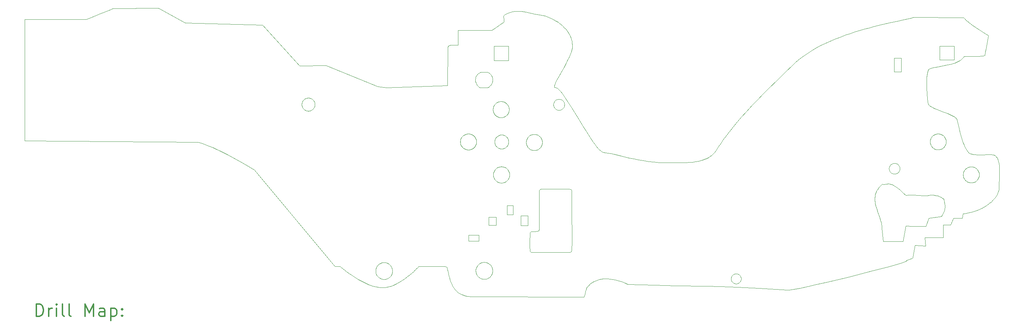
<source format=gbr>
%FSLAX45Y45*%
G04 Gerber Fmt 4.5, Leading zero omitted, Abs format (unit mm)*
G04 Created by KiCad (PCBNEW (5.1.6)-1) date 2020-06-18 22:00:03*
%MOMM*%
%LPD*%
G01*
G04 APERTURE LIST*
%TA.AperFunction,Profile*%
%ADD10C,0.100000*%
%TD*%
%ADD11C,0.200000*%
%ADD12C,0.300000*%
G04 APERTURE END LIST*
D10*
X9444641Y-1031102D02*
X9471360Y-1026135D01*
X9471360Y-1026135D02*
X9502468Y-1022875D01*
X9502468Y-1022875D02*
X9574760Y-1020633D01*
X9574760Y-1020633D02*
X9655332Y-1022692D01*
X9655332Y-1022692D02*
X9737997Y-1027368D01*
X9737997Y-1027368D02*
X9884861Y-1037833D01*
X9884861Y-1037833D02*
X9936688Y-1040254D01*
X9936688Y-1040254D02*
X9954494Y-1040024D01*
X9954494Y-1040024D02*
X9965864Y-1038554D01*
X9965864Y-1038554D02*
X10002484Y-1030338D01*
X10002484Y-1030338D02*
X10038684Y-1025586D01*
X10038684Y-1025586D02*
X10074218Y-1023965D01*
X10074218Y-1023965D02*
X10108838Y-1025144D01*
X10108838Y-1025144D02*
X10142298Y-1028790D01*
X10142298Y-1028790D02*
X10174350Y-1034571D01*
X10174350Y-1034571D02*
X10204748Y-1042155D01*
X10204748Y-1042155D02*
X10233244Y-1051209D01*
X10233244Y-1051209D02*
X10259592Y-1061402D01*
X10259592Y-1061402D02*
X10283545Y-1072401D01*
X10283545Y-1072401D02*
X10304856Y-1083875D01*
X10304856Y-1083875D02*
X10323278Y-1095491D01*
X10323278Y-1095491D02*
X10338563Y-1106917D01*
X10338563Y-1106917D02*
X10350465Y-1117821D01*
X10350465Y-1117821D02*
X10358735Y-1127871D01*
X10358735Y-1127871D02*
X10363125Y-1136735D01*
X10363125Y-1136735D02*
X10375383Y-1184052D01*
X10375383Y-1184052D02*
X10383753Y-1230853D01*
X10383753Y-1230853D02*
X10387333Y-1277728D01*
X10387333Y-1277728D02*
X10387033Y-1301377D01*
X10387033Y-1301377D02*
X10385203Y-1325266D01*
X10385203Y-1325266D02*
X10381723Y-1349468D01*
X10381723Y-1349468D02*
X10376483Y-1374057D01*
X10376483Y-1374057D02*
X10369363Y-1399107D01*
X10369363Y-1399107D02*
X10360253Y-1424691D01*
X10360253Y-1424691D02*
X10349043Y-1450883D01*
X10349043Y-1450883D02*
X10335618Y-1477757D01*
X10335618Y-1477757D02*
X10319864Y-1505387D01*
X10319864Y-1505387D02*
X10301669Y-1533846D01*
X10301669Y-1533846D02*
X9996736Y-1580419D01*
X9996736Y-1580419D02*
X9927489Y-1774722D01*
X9927489Y-1774722D02*
X9728153Y-1774452D01*
X9728153Y-1774452D02*
X9569701Y-1772278D01*
X9569701Y-1772278D02*
X9502239Y-1770143D01*
X9502239Y-1770143D02*
X9452699Y-1767105D01*
X9452699Y-1767105D02*
X9381056Y-2136436D01*
X9381056Y-2136436D02*
X8906689Y-2136436D01*
X8906689Y-2136436D02*
X8875678Y-1829314D01*
X8875678Y-1829314D02*
X8874778Y-1795913D01*
X8874778Y-1795913D02*
X8871778Y-1762427D01*
X8871778Y-1762427D02*
X8866888Y-1728866D01*
X8866888Y-1728866D02*
X8860328Y-1695238D01*
X8860328Y-1695238D02*
X8843065Y-1627817D01*
X8843065Y-1627817D02*
X8821732Y-1560233D01*
X8821732Y-1560233D02*
X8773832Y-1424855D01*
X8773832Y-1424855D02*
X8750755Y-1357201D01*
X8750755Y-1357201D02*
X8730584Y-1289663D01*
X8730584Y-1289663D02*
X8715066Y-1222311D01*
X8715066Y-1222311D02*
X8709596Y-1188727D01*
X8709596Y-1188727D02*
X8705946Y-1155215D01*
X8705946Y-1155215D02*
X8704326Y-1121785D01*
X8704326Y-1121785D02*
X8704926Y-1088445D01*
X8704926Y-1088445D02*
X8708036Y-1055204D01*
X8708036Y-1055204D02*
X8713836Y-1022070D01*
X8713836Y-1022070D02*
X8722536Y-989053D01*
X8722536Y-989053D02*
X8734365Y-956161D01*
X8734365Y-956161D02*
X8749538Y-923402D01*
X8749538Y-923402D02*
X8768272Y-890786D01*
X8768272Y-890786D02*
X8790785Y-858321D01*
X8790785Y-858321D02*
X8817296Y-826016D01*
X8817296Y-826016D02*
X8848023Y-793880D01*
X8848023Y-793880D02*
X8883183Y-761921D01*
X8883183Y-761921D02*
X8909018Y-765007D01*
X8909018Y-765007D02*
X8932716Y-764919D01*
X8932716Y-764919D02*
X8976589Y-759514D01*
X8976589Y-759514D02*
X8998210Y-756342D01*
X8998210Y-756342D02*
X9020582Y-754286D01*
X9020582Y-754286D02*
X9044429Y-754416D01*
X9044429Y-754416D02*
X9070473Y-757811D01*
X9070473Y-757811D02*
X9099435Y-765540D01*
X9099435Y-765540D02*
X9132039Y-778676D01*
X9132039Y-778676D02*
X9169006Y-798292D01*
X9169006Y-798292D02*
X9211058Y-825459D01*
X9211058Y-825459D02*
X9258919Y-861250D01*
X9258919Y-861250D02*
X9313311Y-906739D01*
X9313311Y-906739D02*
X9374954Y-962996D01*
X9374954Y-962996D02*
X9444573Y-1031095D01*
X9444573Y-1031095D02*
X9444573Y-1031094D01*
X9444573Y-1031094D02*
X9444641Y-1031102D01*
X9167945Y2269177D02*
X9342296Y2269177D01*
X9342296Y2269177D02*
X9342296Y1942686D01*
X9342296Y1942686D02*
X9167945Y1942686D01*
X9167945Y1942686D02*
X9167945Y2269177D01*
X9167945Y2269177D02*
X9167945Y2269177D01*
X9305004Y-388121D02*
X9302494Y-413483D01*
X9302494Y-413483D02*
X9295154Y-437640D01*
X9295154Y-437640D02*
X9283264Y-459911D01*
X9283264Y-459911D02*
X9267104Y-479619D01*
X9267104Y-479619D02*
X9247396Y-495779D01*
X9247396Y-495779D02*
X9225124Y-507669D01*
X9225124Y-507669D02*
X9200968Y-515010D01*
X9200968Y-515010D02*
X9175606Y-517519D01*
X9175606Y-517519D02*
X9149528Y-514890D01*
X9149528Y-514890D02*
X9125239Y-507350D01*
X9125239Y-507350D02*
X9103259Y-495420D01*
X9103259Y-495420D02*
X9084108Y-479619D01*
X9084108Y-479619D02*
X9068308Y-460469D01*
X9068308Y-460469D02*
X9056378Y-438489D01*
X9056378Y-438489D02*
X9048838Y-414199D01*
X9048838Y-414199D02*
X9046208Y-388121D01*
X9046208Y-388121D02*
X9048838Y-362043D01*
X9048838Y-362043D02*
X9056378Y-337754D01*
X9056378Y-337754D02*
X9068308Y-315774D01*
X9068308Y-315774D02*
X9084108Y-296624D01*
X9084108Y-296624D02*
X9103259Y-280823D01*
X9103259Y-280823D02*
X9125239Y-268893D01*
X9125239Y-268893D02*
X9149528Y-261352D01*
X9149528Y-261352D02*
X9175606Y-258723D01*
X9175606Y-258723D02*
X9200968Y-261232D01*
X9200968Y-261232D02*
X9225124Y-268574D01*
X9225124Y-268574D02*
X9247396Y-280464D01*
X9247396Y-280464D02*
X9267104Y-296623D01*
X9267104Y-296623D02*
X9283264Y-316331D01*
X9283264Y-316331D02*
X9295154Y-338603D01*
X9295154Y-338603D02*
X9302494Y-362759D01*
X9302494Y-362759D02*
X9305004Y-388121D01*
X9305004Y-388121D02*
X9305004Y-388121D01*
X9305004Y-388121D02*
X9305004Y-388121D01*
X-117440Y-1278184D02*
X29276Y-1278184D01*
X29276Y-1278184D02*
X29276Y-1494190D01*
X29276Y-1494190D02*
X-117440Y-1494190D01*
X-117440Y-1494190D02*
X-117440Y-1278184D01*
X-117440Y-1278184D02*
X-117440Y-1278184D01*
X1392682Y-2400661D02*
X1404136Y-2395790D01*
X1404136Y-2395790D02*
X1415652Y-2388065D01*
X1415652Y-2388065D02*
X1421682Y-2381171D01*
X1421682Y-2381171D02*
X1426292Y-2371430D01*
X1426292Y-2371430D02*
X1429672Y-2357998D01*
X1429672Y-2357998D02*
X1432012Y-2340029D01*
X1432012Y-2340029D02*
X1434362Y-2287097D01*
X1434362Y-2287097D02*
X1434862Y-2205873D01*
X1434862Y-2205873D02*
X1433802Y-1263680D01*
X1433802Y-1263680D02*
X1432512Y-1051967D01*
X1432512Y-1051967D02*
X1431812Y-966779D01*
X1431812Y-966779D02*
X1429642Y-921747D01*
X1429642Y-921747D02*
X1427452Y-909461D01*
X1427452Y-909461D02*
X1424232Y-901421D01*
X1424232Y-901421D02*
X1419762Y-895695D01*
X1419762Y-895695D02*
X1413822Y-890352D01*
X1413822Y-890352D02*
X1407652Y-886615D01*
X1407652Y-886615D02*
X1398392Y-883533D01*
X1398392Y-883533D02*
X1368984Y-879197D01*
X1368984Y-879197D02*
X1322348Y-877069D01*
X1322348Y-877069D02*
X1255240Y-876869D01*
X1255240Y-876869D02*
X1148770Y-877369D01*
X1148770Y-877369D02*
X867572Y-877029D01*
X867572Y-877029D02*
X745105Y-878030D01*
X745105Y-878030D02*
X691582Y-879556D01*
X691582Y-879556D02*
X680687Y-885140D01*
X680687Y-885140D02*
X669459Y-893455D01*
X669459Y-893455D02*
X660349Y-902418D01*
X660349Y-902418D02*
X655809Y-909948D01*
X655809Y-909948D02*
X653459Y-951248D01*
X653459Y-951248D02*
X649699Y-1109453D01*
X649699Y-1109453D02*
X648119Y-1259500D01*
X648119Y-1259500D02*
X648719Y-1614199D01*
X648719Y-1614199D02*
X649219Y-1797925D01*
X649219Y-1797925D02*
X648719Y-1846292D01*
X648719Y-1846292D02*
X647189Y-1873506D01*
X647189Y-1873506D02*
X644289Y-1885452D01*
X644289Y-1885452D02*
X642209Y-1887538D01*
X642209Y-1887538D02*
X639649Y-1888018D01*
X639649Y-1888018D02*
X632909Y-1887078D01*
X632909Y-1887078D02*
X623699Y-1888523D01*
X623699Y-1888523D02*
X616549Y-1892486D01*
X616549Y-1892486D02*
X609689Y-1894919D01*
X609689Y-1894919D02*
X546760Y-1898358D01*
X546760Y-1898358D02*
X474035Y-1901666D01*
X474035Y-1901666D02*
X460005Y-1903769D01*
X460005Y-1903769D02*
X452235Y-1906957D01*
X452235Y-1906957D02*
X436006Y-1919402D01*
X436006Y-1919402D02*
X430796Y-1926070D01*
X430796Y-1926070D02*
X427856Y-1932687D01*
X427856Y-1932687D02*
X425866Y-2162067D01*
X425866Y-2162067D02*
X425966Y-2277944D01*
X425966Y-2277944D02*
X428086Y-2344395D01*
X428086Y-2344395D02*
X430636Y-2364141D01*
X430636Y-2364141D02*
X434586Y-2377597D01*
X434586Y-2377597D02*
X440226Y-2386786D01*
X440226Y-2386786D02*
X447856Y-2393729D01*
X447856Y-2393729D02*
X459361Y-2402308D01*
X459361Y-2402308D02*
X519834Y-2403724D01*
X519834Y-2403724D02*
X701206Y-2404766D01*
X701206Y-2404766D02*
X993140Y-2404306D01*
X993140Y-2404306D02*
X1266587Y-2402788D01*
X1266587Y-2402788D02*
X1392497Y-2400669D01*
X1392497Y-2400669D02*
X1392697Y-2400663D01*
X1392697Y-2400663D02*
X1392682Y-2400661D01*
X210276Y-1522773D02*
X377989Y-1522773D01*
X377989Y-1522773D02*
X377989Y-1757366D01*
X377989Y-1757366D02*
X210276Y-1757366D01*
X210276Y-1757366D02*
X210276Y-1522773D01*
X210276Y-1522773D02*
X210276Y-1522773D01*
X-556312Y-1554613D02*
X-381605Y-1554613D01*
X-381605Y-1554613D02*
X-381605Y-1749636D01*
X-381605Y-1749636D02*
X-556312Y-1749636D01*
X-556312Y-1749636D02*
X-556312Y-1554613D01*
X-556312Y-1554613D02*
X-556312Y-1554613D01*
X-1043043Y-1989265D02*
X-794281Y-1989265D01*
X-794281Y-1989265D02*
X-794281Y-2126531D01*
X-794281Y-2126531D02*
X-1043043Y-2126531D01*
X-1043043Y-2126531D02*
X-1043043Y-1989265D01*
X-1043043Y-1989265D02*
X-1043043Y-1989265D01*
X-431677Y2557871D02*
X-88433Y2557871D01*
X-88433Y2557871D02*
X-88433Y2214628D01*
X-88433Y2214628D02*
X-431677Y2214628D01*
X-431677Y2214628D02*
X-431677Y2557871D01*
X-431677Y2557871D02*
X-431677Y2557871D01*
X10263938Y2562781D02*
X10606035Y2562781D01*
X10606035Y2562781D02*
X10606035Y2228427D01*
X10606035Y2228427D02*
X10263938Y2228427D01*
X10263938Y2228427D02*
X10263938Y2562781D01*
X10263938Y2562781D02*
X10263938Y2562781D01*
X-4729810Y1155144D02*
X-4730610Y1139030D01*
X-4730610Y1139030D02*
X-4733000Y1123382D01*
X-4733000Y1123382D02*
X-4736880Y1108278D01*
X-4736880Y1108278D02*
X-4742180Y1093798D01*
X-4742180Y1093798D02*
X-4756711Y1067028D01*
X-4756711Y1067028D02*
X-4775955Y1043703D01*
X-4775955Y1043703D02*
X-4799279Y1024459D01*
X-4799279Y1024459D02*
X-4826050Y1009928D01*
X-4826050Y1009928D02*
X-4840530Y1004628D01*
X-4840530Y1004628D02*
X-4855633Y1000744D01*
X-4855633Y1000744D02*
X-4871281Y998356D01*
X-4871281Y998356D02*
X-4887395Y997546D01*
X-4887395Y997546D02*
X-4903509Y998356D01*
X-4903509Y998356D02*
X-4919157Y1000744D01*
X-4919157Y1000744D02*
X-4934260Y1004628D01*
X-4934260Y1004628D02*
X-4948740Y1009928D01*
X-4948740Y1009928D02*
X-4975511Y1024459D01*
X-4975511Y1024459D02*
X-4998835Y1043703D01*
X-4998835Y1043703D02*
X-5018079Y1067028D01*
X-5018079Y1067028D02*
X-5032610Y1093798D01*
X-5032610Y1093798D02*
X-5037910Y1108278D01*
X-5037910Y1108278D02*
X-5041790Y1123382D01*
X-5041790Y1123382D02*
X-5044180Y1139030D01*
X-5044180Y1139030D02*
X-5044980Y1155144D01*
X-5044980Y1155144D02*
X-5044180Y1171257D01*
X-5044180Y1171257D02*
X-5041790Y1186905D01*
X-5041790Y1186905D02*
X-5037910Y1202009D01*
X-5037910Y1202009D02*
X-5032610Y1216489D01*
X-5032610Y1216489D02*
X-5018079Y1243259D01*
X-5018079Y1243259D02*
X-4998835Y1266584D01*
X-4998835Y1266584D02*
X-4975511Y1285828D01*
X-4975511Y1285828D02*
X-4948740Y1300359D01*
X-4948740Y1300359D02*
X-4934260Y1305659D01*
X-4934260Y1305659D02*
X-4919157Y1309543D01*
X-4919157Y1309543D02*
X-4903509Y1311931D01*
X-4903509Y1311931D02*
X-4887395Y1312741D01*
X-4887395Y1312741D02*
X-4871281Y1311931D01*
X-4871281Y1311931D02*
X-4855633Y1309543D01*
X-4855633Y1309543D02*
X-4840530Y1305659D01*
X-4840530Y1305659D02*
X-4826050Y1300359D01*
X-4826050Y1300359D02*
X-4799279Y1285828D01*
X-4799279Y1285828D02*
X-4775955Y1266584D01*
X-4775955Y1266584D02*
X-4756711Y1243259D01*
X-4756711Y1243259D02*
X-4742180Y1216489D01*
X-4742180Y1216489D02*
X-4736880Y1202009D01*
X-4736880Y1202009D02*
X-4733000Y1186905D01*
X-4733000Y1186905D02*
X-4730610Y1171257D01*
X-4730610Y1171257D02*
X-4729810Y1155144D01*
X-4729810Y1155144D02*
X-4729810Y1155144D01*
X-4729810Y1155144D02*
X-4729810Y1155144D01*
X1259044Y1150588D02*
X1256354Y1123924D01*
X1256354Y1123924D02*
X1248644Y1099089D01*
X1248644Y1099089D02*
X1236446Y1076615D01*
X1236446Y1076615D02*
X1220290Y1057035D01*
X1220290Y1057035D02*
X1200709Y1040879D01*
X1200709Y1040879D02*
X1178236Y1028681D01*
X1178236Y1028681D02*
X1153401Y1020972D01*
X1153401Y1020972D02*
X1126737Y1018284D01*
X1126737Y1018284D02*
X1100073Y1020972D01*
X1100073Y1020972D02*
X1075238Y1028681D01*
X1075238Y1028681D02*
X1052765Y1040879D01*
X1052765Y1040879D02*
X1033184Y1057035D01*
X1033184Y1057035D02*
X1017028Y1076615D01*
X1017028Y1076615D02*
X1004830Y1099089D01*
X1004830Y1099089D02*
X997120Y1123924D01*
X997120Y1123924D02*
X994430Y1150588D01*
X994430Y1150588D02*
X997120Y1177252D01*
X997120Y1177252D02*
X1004830Y1202086D01*
X1004830Y1202086D02*
X1017028Y1224560D01*
X1017028Y1224560D02*
X1033184Y1244141D01*
X1033184Y1244141D02*
X1052765Y1260296D01*
X1052765Y1260296D02*
X1075238Y1272495D01*
X1075238Y1272495D02*
X1100073Y1280204D01*
X1100073Y1280204D02*
X1126737Y1282892D01*
X1126737Y1282892D02*
X1153401Y1280204D01*
X1153401Y1280204D02*
X1178236Y1272495D01*
X1178236Y1272495D02*
X1200709Y1260296D01*
X1200709Y1260296D02*
X1220290Y1244141D01*
X1220290Y1244141D02*
X1236446Y1224560D01*
X1236446Y1224560D02*
X1248644Y1202086D01*
X1248644Y1202086D02*
X1256354Y1177252D01*
X1256354Y1177252D02*
X1259044Y1150588D01*
X1259044Y1150588D02*
X1259044Y1150588D01*
X1259044Y1150588D02*
X1259044Y1150588D01*
X5499577Y-3038796D02*
X5497117Y-3063197D01*
X5497117Y-3063197D02*
X5490067Y-3085924D01*
X5490067Y-3085924D02*
X5478904Y-3106490D01*
X5478904Y-3106490D02*
X5464120Y-3124409D01*
X5464120Y-3124409D02*
X5446202Y-3139193D01*
X5446202Y-3139193D02*
X5425636Y-3150356D01*
X5425636Y-3150356D02*
X5402909Y-3157411D01*
X5402909Y-3157411D02*
X5378508Y-3159871D01*
X5378508Y-3159871D02*
X5354777Y-3157523D01*
X5354777Y-3157523D02*
X5332175Y-3150655D01*
X5332175Y-3150655D02*
X5311336Y-3139529D01*
X5311336Y-3139529D02*
X5292895Y-3124409D01*
X5292895Y-3124409D02*
X5277775Y-3105969D01*
X5277775Y-3105969D02*
X5266649Y-3085130D01*
X5266649Y-3085130D02*
X5259779Y-3062527D01*
X5259779Y-3062527D02*
X5257429Y-3038796D01*
X5257429Y-3038796D02*
X5259779Y-3015065D01*
X5259779Y-3015065D02*
X5266649Y-2992463D01*
X5266649Y-2992463D02*
X5277775Y-2971624D01*
X5277775Y-2971624D02*
X5292895Y-2953183D01*
X5292895Y-2953183D02*
X5311336Y-2938063D01*
X5311336Y-2938063D02*
X5332175Y-2926938D01*
X5332175Y-2926938D02*
X5354777Y-2920070D01*
X5354777Y-2920070D02*
X5378508Y-2917722D01*
X5378508Y-2917722D02*
X5402909Y-2920182D01*
X5402909Y-2920182D02*
X5425636Y-2927237D01*
X5425636Y-2927237D02*
X5446202Y-2938400D01*
X5446202Y-2938400D02*
X5464120Y-2953184D01*
X5464120Y-2953184D02*
X5478905Y-2971103D01*
X5478905Y-2971103D02*
X5490067Y-2991669D01*
X5490067Y-2991669D02*
X5497117Y-3014396D01*
X5497117Y-3014396D02*
X5499577Y-3038797D01*
X5499577Y-3038797D02*
X5499577Y-3038797D01*
X5499577Y-3038797D02*
X5499577Y-3038796D01*
X-568708Y1567897D02*
X-550815Y1580449D01*
X-550815Y1580449D02*
X-530308Y1599299D01*
X-530308Y1599299D02*
X-510928Y1620673D01*
X-510928Y1620673D02*
X-496420Y1640795D01*
X-496420Y1640795D02*
X-486278Y1660923D01*
X-486278Y1660923D02*
X-477138Y1683633D01*
X-477138Y1683633D02*
X-472568Y1698103D01*
X-472568Y1698103D02*
X-470058Y1710879D01*
X-470058Y1710879D02*
X-468868Y1749973D01*
X-468868Y1749973D02*
X-470218Y1787811D01*
X-470218Y1787811D02*
X-472358Y1799615D01*
X-472358Y1799615D02*
X-475998Y1811168D01*
X-475998Y1811168D02*
X-491811Y1847422D01*
X-491811Y1847422D02*
X-510990Y1877798D01*
X-510990Y1877798D02*
X-521793Y1890719D01*
X-521793Y1890719D02*
X-533380Y1902093D01*
X-533380Y1902093D02*
X-545731Y1911896D01*
X-545731Y1911896D02*
X-558826Y1920102D01*
X-558826Y1920102D02*
X-579845Y1929439D01*
X-579845Y1929439D02*
X-604322Y1933741D01*
X-604322Y1933741D02*
X-640952Y1935768D01*
X-640952Y1935768D02*
X-688719Y1936388D01*
X-688719Y1936388D02*
X-732499Y1935618D01*
X-732499Y1935618D02*
X-757167Y1933491D01*
X-757167Y1933491D02*
X-767857Y1928630D01*
X-767857Y1928630D02*
X-783235Y1919252D01*
X-783235Y1919252D02*
X-819077Y1892840D01*
X-819077Y1892840D02*
X-829786Y1882372D01*
X-829786Y1882372D02*
X-840987Y1868402D01*
X-840987Y1868402D02*
X-852060Y1851783D01*
X-852060Y1851783D02*
X-862383Y1833371D01*
X-862383Y1833371D02*
X-868763Y1819417D01*
X-868763Y1819417D02*
X-873603Y1803848D01*
X-873603Y1803848D02*
X-883383Y1748799D01*
X-883383Y1748799D02*
X-883683Y1733665D01*
X-883683Y1733665D02*
X-880863Y1715396D01*
X-880863Y1715396D02*
X-875413Y1696057D01*
X-875413Y1696057D02*
X-867793Y1677710D01*
X-867793Y1677710D02*
X-850604Y1639569D01*
X-850604Y1639569D02*
X-840714Y1622324D01*
X-840714Y1622324D02*
X-824565Y1603168D01*
X-824565Y1603168D02*
X-805267Y1585351D01*
X-805267Y1585351D02*
X-785938Y1572124D01*
X-785938Y1572124D02*
X-768076Y1564688D01*
X-768076Y1564688D02*
X-744137Y1560430D01*
X-744137Y1560430D02*
X-706949Y1558641D01*
X-706949Y1558641D02*
X-649339Y1558612D01*
X-649339Y1558612D02*
X-585160Y1559172D01*
X-585160Y1559172D02*
X-568742Y1567891D01*
X-568742Y1567891D02*
X-568743Y1567895D01*
X-568743Y1567895D02*
X-568708Y1567897D01*
X726145Y244350D02*
X725145Y224559D01*
X725145Y224559D02*
X722215Y205339D01*
X722215Y205339D02*
X717445Y186789D01*
X717445Y186789D02*
X710935Y169005D01*
X710935Y169005D02*
X702785Y152084D01*
X702785Y152084D02*
X693095Y136124D01*
X693095Y136124D02*
X681952Y121223D01*
X681952Y121223D02*
X669458Y107477D01*
X669458Y107477D02*
X655712Y94983D01*
X655712Y94983D02*
X640811Y83840D01*
X640811Y83840D02*
X624851Y74144D01*
X624851Y74144D02*
X607930Y65993D01*
X607930Y65993D02*
X590146Y59484D01*
X590146Y59484D02*
X571596Y54714D01*
X571596Y54714D02*
X552376Y51781D01*
X552376Y51781D02*
X532585Y50781D01*
X532585Y50781D02*
X513453Y51731D01*
X513453Y51731D02*
X494645Y54538D01*
X494645Y54538D02*
X476288Y59151D01*
X476288Y59151D02*
X458509Y65518D01*
X458509Y65518D02*
X441435Y73587D01*
X441435Y73587D02*
X425193Y83305D01*
X425193Y83305D02*
X409909Y94620D01*
X409909Y94620D02*
X395711Y107478D01*
X395711Y107478D02*
X382853Y121676D01*
X382853Y121676D02*
X371538Y136960D01*
X371538Y136960D02*
X361818Y153203D01*
X361818Y153203D02*
X353748Y170277D01*
X353748Y170277D02*
X347378Y188056D01*
X347378Y188056D02*
X342768Y206412D01*
X342768Y206412D02*
X339958Y225220D01*
X339958Y225220D02*
X339058Y244352D01*
X339058Y244352D02*
X339958Y263484D01*
X339958Y263484D02*
X342768Y282292D01*
X342768Y282292D02*
X347378Y300649D01*
X347378Y300649D02*
X353748Y318428D01*
X353748Y318428D02*
X361818Y335502D01*
X361818Y335502D02*
X371538Y351744D01*
X371538Y351744D02*
X382853Y367028D01*
X382853Y367028D02*
X395711Y381226D01*
X395711Y381226D02*
X409909Y394084D01*
X409909Y394084D02*
X425193Y405399D01*
X425193Y405399D02*
X441435Y415117D01*
X441435Y415117D02*
X458509Y423186D01*
X458509Y423186D02*
X476288Y429554D01*
X476288Y429554D02*
X494645Y434167D01*
X494645Y434167D02*
X513453Y436973D01*
X513453Y436973D02*
X532585Y437923D01*
X532585Y437923D02*
X552376Y436923D01*
X552376Y436923D02*
X571596Y433990D01*
X571596Y433990D02*
X590146Y429220D01*
X590146Y429220D02*
X607930Y422711D01*
X607930Y422711D02*
X624851Y414560D01*
X624851Y414560D02*
X640811Y404864D01*
X640811Y404864D02*
X655712Y393721D01*
X655712Y393721D02*
X669458Y381228D01*
X669458Y381228D02*
X681952Y367482D01*
X681952Y367482D02*
X693095Y352580D01*
X693095Y352580D02*
X702785Y336620D01*
X702785Y336620D02*
X710935Y319700D01*
X710935Y319700D02*
X717445Y301916D01*
X717445Y301916D02*
X722215Y283365D01*
X722215Y283365D02*
X725145Y264145D01*
X725145Y264145D02*
X726145Y244354D01*
X726145Y244354D02*
X726145Y244354D01*
X726145Y244354D02*
X726145Y244350D01*
X-854078Y257214D02*
X-855078Y237423D01*
X-855078Y237423D02*
X-858008Y218203D01*
X-858008Y218203D02*
X-862778Y199652D01*
X-862778Y199652D02*
X-869288Y181868D01*
X-869288Y181868D02*
X-877438Y164948D01*
X-877438Y164948D02*
X-887138Y148988D01*
X-887138Y148988D02*
X-898281Y134086D01*
X-898281Y134086D02*
X-910775Y120340D01*
X-910775Y120340D02*
X-924521Y107847D01*
X-924521Y107847D02*
X-939422Y96704D01*
X-939422Y96704D02*
X-955382Y87008D01*
X-955382Y87008D02*
X-972303Y78857D01*
X-972303Y78857D02*
X-990087Y72348D01*
X-990087Y72348D02*
X-1008637Y67578D01*
X-1008637Y67578D02*
X-1027857Y64645D01*
X-1027857Y64645D02*
X-1047648Y63645D01*
X-1047648Y63645D02*
X-1066780Y64595D01*
X-1066780Y64595D02*
X-1085588Y67402D01*
X-1085588Y67402D02*
X-1103945Y72015D01*
X-1103945Y72015D02*
X-1121724Y78383D01*
X-1121724Y78383D02*
X-1138798Y86452D01*
X-1138798Y86452D02*
X-1155040Y96170D01*
X-1155040Y96170D02*
X-1170324Y107485D01*
X-1170324Y107485D02*
X-1184522Y120343D01*
X-1184522Y120343D02*
X-1197380Y134541D01*
X-1197380Y134541D02*
X-1208695Y149825D01*
X-1208695Y149825D02*
X-1218415Y166067D01*
X-1218415Y166067D02*
X-1226485Y183141D01*
X-1226485Y183141D02*
X-1232855Y200920D01*
X-1232855Y200920D02*
X-1237465Y219277D01*
X-1237465Y219277D02*
X-1240275Y238085D01*
X-1240275Y238085D02*
X-1241175Y257217D01*
X-1241175Y257217D02*
X-1240275Y276349D01*
X-1240275Y276349D02*
X-1237465Y295157D01*
X-1237465Y295157D02*
X-1232855Y313514D01*
X-1232855Y313514D02*
X-1226485Y331293D01*
X-1226485Y331293D02*
X-1218415Y348367D01*
X-1218415Y348367D02*
X-1208695Y364609D01*
X-1208695Y364609D02*
X-1197380Y379893D01*
X-1197380Y379893D02*
X-1184522Y394091D01*
X-1184522Y394091D02*
X-1170324Y406949D01*
X-1170324Y406949D02*
X-1155040Y418264D01*
X-1155040Y418264D02*
X-1138798Y427982D01*
X-1138798Y427982D02*
X-1121724Y436051D01*
X-1121724Y436051D02*
X-1103945Y442418D01*
X-1103945Y442418D02*
X-1085588Y447031D01*
X-1085588Y447031D02*
X-1066780Y449837D01*
X-1066780Y449837D02*
X-1047648Y450787D01*
X-1047648Y450787D02*
X-1027857Y449787D01*
X-1027857Y449787D02*
X-1008637Y446854D01*
X-1008637Y446854D02*
X-990087Y442084D01*
X-990087Y442084D02*
X-972303Y435575D01*
X-972303Y435575D02*
X-955382Y427424D01*
X-955382Y427424D02*
X-939422Y417728D01*
X-939422Y417728D02*
X-924521Y406585D01*
X-924521Y406585D02*
X-910775Y394091D01*
X-910775Y394091D02*
X-898282Y380345D01*
X-898282Y380345D02*
X-887138Y365444D01*
X-887138Y365444D02*
X-877438Y349484D01*
X-877438Y349484D02*
X-869288Y332564D01*
X-869288Y332564D02*
X-862778Y314779D01*
X-862778Y314779D02*
X-858008Y296229D01*
X-858008Y296229D02*
X-855078Y277009D01*
X-855078Y277009D02*
X-854078Y257218D01*
X-854078Y257218D02*
X-854078Y257218D01*
X-854078Y257218D02*
X-854078Y257214D01*
X-69408Y1033949D02*
X-70308Y1014817D01*
X-70308Y1014817D02*
X-73118Y996010D01*
X-73118Y996010D02*
X-77728Y977653D01*
X-77728Y977653D02*
X-84098Y959874D01*
X-84098Y959874D02*
X-92168Y942800D01*
X-92168Y942800D02*
X-101888Y926557D01*
X-101888Y926557D02*
X-113203Y911274D01*
X-113203Y911274D02*
X-126061Y897076D01*
X-126061Y897076D02*
X-140259Y884217D01*
X-140259Y884217D02*
X-155543Y872902D01*
X-155543Y872902D02*
X-171785Y863184D01*
X-171785Y863184D02*
X-188859Y855115D01*
X-188859Y855115D02*
X-206638Y848748D01*
X-206638Y848748D02*
X-224995Y844135D01*
X-224995Y844135D02*
X-243803Y841329D01*
X-243803Y841329D02*
X-262935Y840379D01*
X-262935Y840379D02*
X-282726Y841379D01*
X-282726Y841379D02*
X-301946Y844312D01*
X-301946Y844312D02*
X-320496Y849082D01*
X-320496Y849082D02*
X-338280Y855591D01*
X-338280Y855591D02*
X-355201Y863742D01*
X-355201Y863742D02*
X-371161Y873438D01*
X-371161Y873438D02*
X-386062Y884582D01*
X-386062Y884582D02*
X-399808Y897075D01*
X-399808Y897075D02*
X-412301Y910821D01*
X-412301Y910821D02*
X-423445Y925722D01*
X-423445Y925722D02*
X-433135Y941682D01*
X-433135Y941682D02*
X-441285Y958603D01*
X-441285Y958603D02*
X-447795Y976387D01*
X-447795Y976387D02*
X-452565Y994938D01*
X-452565Y994938D02*
X-455495Y1014157D01*
X-455495Y1014157D02*
X-456495Y1033948D01*
X-456495Y1033948D02*
X-455495Y1053740D01*
X-455495Y1053740D02*
X-452565Y1072959D01*
X-452565Y1072959D02*
X-447795Y1091510D01*
X-447795Y1091510D02*
X-441285Y1109294D01*
X-441285Y1109294D02*
X-433135Y1126214D01*
X-433135Y1126214D02*
X-423445Y1142174D01*
X-423445Y1142174D02*
X-412302Y1157076D01*
X-412302Y1157076D02*
X-399808Y1170822D01*
X-399808Y1170822D02*
X-386062Y1183315D01*
X-386062Y1183315D02*
X-371161Y1194458D01*
X-371161Y1194458D02*
X-355201Y1204154D01*
X-355201Y1204154D02*
X-338280Y1212305D01*
X-338280Y1212305D02*
X-320496Y1218814D01*
X-320496Y1218814D02*
X-301946Y1223584D01*
X-301946Y1223584D02*
X-282726Y1226517D01*
X-282726Y1226517D02*
X-262935Y1227517D01*
X-262935Y1227517D02*
X-243803Y1226567D01*
X-243803Y1226567D02*
X-224995Y1223760D01*
X-224995Y1223760D02*
X-206638Y1219147D01*
X-206638Y1219147D02*
X-188859Y1212780D01*
X-188859Y1212780D02*
X-171785Y1204711D01*
X-171785Y1204711D02*
X-155543Y1194993D01*
X-155543Y1194993D02*
X-140259Y1183679D01*
X-140259Y1183679D02*
X-126061Y1170820D01*
X-126061Y1170820D02*
X-113203Y1156622D01*
X-113203Y1156622D02*
X-101888Y1141338D01*
X-101888Y1141338D02*
X-92168Y1125096D01*
X-92168Y1125096D02*
X-84098Y1108022D01*
X-84098Y1108022D02*
X-77728Y1090243D01*
X-77728Y1090243D02*
X-73118Y1071886D01*
X-73118Y1071886D02*
X-70308Y1053078D01*
X-70308Y1053078D02*
X-69408Y1033946D01*
X-69408Y1033946D02*
X-69408Y1033946D01*
X-69408Y1033946D02*
X-69408Y1033949D01*
X-57377Y-535629D02*
X-58387Y-555651D01*
X-58387Y-555651D02*
X-61357Y-575094D01*
X-61357Y-575094D02*
X-66187Y-593861D01*
X-66187Y-593861D02*
X-72777Y-611852D01*
X-72777Y-611852D02*
X-81027Y-628970D01*
X-81027Y-628970D02*
X-90837Y-645116D01*
X-90837Y-645116D02*
X-102110Y-660191D01*
X-102110Y-660191D02*
X-114749Y-674097D01*
X-114749Y-674097D02*
X-128655Y-686736D01*
X-128655Y-686736D02*
X-143730Y-698009D01*
X-143730Y-698009D02*
X-159876Y-707818D01*
X-159876Y-707818D02*
X-176993Y-716064D01*
X-176993Y-716064D02*
X-194985Y-722649D01*
X-194985Y-722649D02*
X-213752Y-727474D01*
X-213752Y-727474D02*
X-233195Y-730442D01*
X-233195Y-730442D02*
X-253217Y-731453D01*
X-253217Y-731453D02*
X-273239Y-730442D01*
X-273239Y-730442D02*
X-292682Y-727474D01*
X-292682Y-727474D02*
X-311449Y-722649D01*
X-311449Y-722649D02*
X-329441Y-716064D01*
X-329441Y-716064D02*
X-346558Y-707818D01*
X-346558Y-707818D02*
X-362704Y-698009D01*
X-362704Y-698009D02*
X-377779Y-686736D01*
X-377779Y-686736D02*
X-391685Y-674097D01*
X-391685Y-674097D02*
X-404324Y-660191D01*
X-404324Y-660191D02*
X-415597Y-645116D01*
X-415597Y-645116D02*
X-425407Y-628970D01*
X-425407Y-628970D02*
X-433657Y-611852D01*
X-433657Y-611852D02*
X-440237Y-593861D01*
X-440237Y-593861D02*
X-445067Y-575094D01*
X-445067Y-575094D02*
X-448037Y-555651D01*
X-448037Y-555651D02*
X-449047Y-535629D01*
X-449047Y-535629D02*
X-448037Y-515607D01*
X-448037Y-515607D02*
X-445067Y-496163D01*
X-445067Y-496163D02*
X-440237Y-477397D01*
X-440237Y-477397D02*
X-433657Y-459405D01*
X-433657Y-459405D02*
X-425407Y-442287D01*
X-425407Y-442287D02*
X-415597Y-426142D01*
X-415597Y-426142D02*
X-404324Y-411066D01*
X-404324Y-411066D02*
X-391685Y-397160D01*
X-391685Y-397160D02*
X-377779Y-384521D01*
X-377779Y-384521D02*
X-362704Y-373248D01*
X-362704Y-373248D02*
X-346558Y-363439D01*
X-346558Y-363439D02*
X-329441Y-355193D01*
X-329441Y-355193D02*
X-311449Y-348608D01*
X-311449Y-348608D02*
X-292682Y-343783D01*
X-292682Y-343783D02*
X-273239Y-340815D01*
X-273239Y-340815D02*
X-253217Y-339804D01*
X-253217Y-339804D02*
X-233195Y-340815D01*
X-233195Y-340815D02*
X-213752Y-343783D01*
X-213752Y-343783D02*
X-194985Y-348608D01*
X-194985Y-348608D02*
X-176993Y-355193D01*
X-176993Y-355193D02*
X-159876Y-363439D01*
X-159876Y-363439D02*
X-143730Y-373248D01*
X-143730Y-373248D02*
X-128655Y-384521D01*
X-128655Y-384521D02*
X-114749Y-397160D01*
X-114749Y-397160D02*
X-102110Y-411066D01*
X-102110Y-411066D02*
X-90837Y-426142D01*
X-90837Y-426142D02*
X-81027Y-442287D01*
X-81027Y-442287D02*
X-72777Y-459405D01*
X-72777Y-459405D02*
X-66187Y-477397D01*
X-66187Y-477397D02*
X-61357Y-496163D01*
X-61357Y-496163D02*
X-58387Y-515607D01*
X-58387Y-515607D02*
X-57377Y-535629D01*
X-57377Y-535629D02*
X-57377Y-535629D01*
X-57377Y-535629D02*
X-57377Y-535629D01*
X-83346Y256387D02*
X-84146Y239681D01*
X-84146Y239681D02*
X-86556Y223258D01*
X-86556Y223258D02*
X-90526Y207229D01*
X-90526Y207229D02*
X-95996Y191705D01*
X-95996Y191705D02*
X-102936Y176795D01*
X-102936Y176795D02*
X-111286Y162613D01*
X-111286Y162613D02*
X-121016Y149267D01*
X-121016Y149267D02*
X-132070Y136869D01*
X-132070Y136869D02*
X-144277Y125641D01*
X-144277Y125641D02*
X-157417Y115761D01*
X-157417Y115761D02*
X-171381Y107275D01*
X-171381Y107275D02*
X-186060Y100229D01*
X-186060Y100229D02*
X-201345Y94669D01*
X-201345Y94669D02*
X-217127Y90641D01*
X-217127Y90641D02*
X-233297Y88190D01*
X-233297Y88190D02*
X-249745Y87360D01*
X-249745Y87360D02*
X-266760Y88230D01*
X-266760Y88230D02*
X-283284Y90791D01*
X-283284Y90791D02*
X-299232Y94956D01*
X-299232Y94956D02*
X-314522Y100640D01*
X-314522Y100640D02*
X-329069Y107758D01*
X-329069Y107758D02*
X-342790Y116224D01*
X-342790Y116224D02*
X-355601Y125954D01*
X-355601Y125954D02*
X-367419Y136864D01*
X-367419Y136864D02*
X-378160Y148867D01*
X-378160Y148867D02*
X-387740Y161879D01*
X-387740Y161879D02*
X-396080Y175814D01*
X-396080Y175814D02*
X-403090Y190589D01*
X-403090Y190589D02*
X-408690Y206119D01*
X-408690Y206119D02*
X-412790Y222317D01*
X-412790Y222317D02*
X-415310Y239099D01*
X-415310Y239099D02*
X-416210Y256381D01*
X-416210Y256381D02*
X-415310Y273662D01*
X-415310Y273662D02*
X-412790Y290445D01*
X-412790Y290445D02*
X-408690Y306643D01*
X-408690Y306643D02*
X-403090Y322172D01*
X-403090Y322172D02*
X-396080Y336947D01*
X-396080Y336947D02*
X-387740Y350883D01*
X-387740Y350883D02*
X-378160Y363895D01*
X-378160Y363895D02*
X-367419Y375898D01*
X-367419Y375898D02*
X-355601Y386807D01*
X-355601Y386807D02*
X-342790Y396537D01*
X-342790Y396537D02*
X-329069Y405003D01*
X-329069Y405003D02*
X-314522Y412121D01*
X-314522Y412121D02*
X-299232Y417805D01*
X-299232Y417805D02*
X-283284Y421970D01*
X-283284Y421970D02*
X-266760Y424531D01*
X-266760Y424531D02*
X-249745Y425401D01*
X-249745Y425401D02*
X-233297Y424571D01*
X-233297Y424571D02*
X-217127Y422120D01*
X-217127Y422120D02*
X-201345Y418092D01*
X-201345Y418092D02*
X-186060Y412532D01*
X-186060Y412532D02*
X-171381Y405486D01*
X-171381Y405486D02*
X-157417Y397000D01*
X-157417Y397000D02*
X-144277Y387120D01*
X-144277Y387120D02*
X-132070Y375892D01*
X-132070Y375892D02*
X-121016Y363494D01*
X-121016Y363494D02*
X-111286Y350149D01*
X-111286Y350149D02*
X-102936Y335966D01*
X-102936Y335966D02*
X-95996Y321057D01*
X-95996Y321057D02*
X-90526Y305533D01*
X-90526Y305533D02*
X-86556Y289503D01*
X-86556Y289503D02*
X-84146Y273080D01*
X-84146Y273080D02*
X-83346Y256374D01*
X-83346Y256374D02*
X-83346Y256374D01*
X-83346Y256374D02*
X-83346Y256387D01*
X10415674Y258701D02*
X10414674Y239036D01*
X10414674Y239036D02*
X10411754Y219939D01*
X10411754Y219939D02*
X10407014Y201507D01*
X10407014Y201507D02*
X10400544Y183836D01*
X10400544Y183836D02*
X10392444Y167023D01*
X10392444Y167023D02*
X10382814Y151165D01*
X10382814Y151165D02*
X10371742Y136359D01*
X10371742Y136359D02*
X10359328Y122701D01*
X10359328Y122701D02*
X10345670Y110287D01*
X10345670Y110287D02*
X10330863Y99215D01*
X10330863Y99215D02*
X10315005Y89581D01*
X10315005Y89581D02*
X10298193Y81482D01*
X10298193Y81482D02*
X10280522Y75014D01*
X10280522Y75014D02*
X10262090Y70275D01*
X10262090Y70275D02*
X10242993Y67360D01*
X10242993Y67360D02*
X10223328Y66370D01*
X10223328Y66370D02*
X10204318Y67310D01*
X10204318Y67310D02*
X10185630Y70098D01*
X10185630Y70098D02*
X10167391Y74682D01*
X10167391Y74682D02*
X10149725Y81009D01*
X10149725Y81009D02*
X10132760Y89026D01*
X10132760Y89026D02*
X10116621Y98682D01*
X10116621Y98682D02*
X10101435Y109924D01*
X10101435Y109924D02*
X10087327Y122701D01*
X10087327Y122701D02*
X10074551Y136808D01*
X10074551Y136808D02*
X10063308Y151995D01*
X10063308Y151995D02*
X10053648Y168133D01*
X10053648Y168133D02*
X10045628Y185098D01*
X10045628Y185098D02*
X10039298Y202764D01*
X10039298Y202764D02*
X10034718Y221004D01*
X10034718Y221004D02*
X10031928Y239691D01*
X10031928Y239691D02*
X10031028Y258701D01*
X10031028Y258701D02*
X10031928Y277711D01*
X10031928Y277711D02*
X10034718Y296399D01*
X10034718Y296399D02*
X10039298Y314639D01*
X10039298Y314639D02*
X10045628Y332304D01*
X10045628Y332304D02*
X10053648Y349269D01*
X10053648Y349269D02*
X10063308Y365408D01*
X10063308Y365408D02*
X10074551Y380594D01*
X10074551Y380594D02*
X10087327Y394702D01*
X10087327Y394702D02*
X10101435Y407478D01*
X10101435Y407478D02*
X10116621Y418720D01*
X10116621Y418720D02*
X10132760Y428376D01*
X10132760Y428376D02*
X10149725Y436393D01*
X10149725Y436393D02*
X10167391Y442720D01*
X10167391Y442720D02*
X10185630Y447304D01*
X10185630Y447304D02*
X10204318Y450092D01*
X10204318Y450092D02*
X10223328Y451032D01*
X10223328Y451032D02*
X10242993Y450042D01*
X10242993Y450042D02*
X10262090Y447127D01*
X10262090Y447127D02*
X10280522Y442388D01*
X10280522Y442388D02*
X10298193Y435920D01*
X10298193Y435920D02*
X10315005Y427821D01*
X10315005Y427821D02*
X10330863Y418187D01*
X10330863Y418187D02*
X10345670Y407115D01*
X10345670Y407115D02*
X10359328Y394702D01*
X10359328Y394702D02*
X10371742Y381044D01*
X10371742Y381044D02*
X10382814Y366237D01*
X10382814Y366237D02*
X10392444Y350379D01*
X10392444Y350379D02*
X10400544Y333567D01*
X10400544Y333567D02*
X10407014Y315896D01*
X10407014Y315896D02*
X10411754Y297464D01*
X10411754Y297464D02*
X10414674Y278367D01*
X10414674Y278367D02*
X10415674Y258702D01*
X10415674Y258702D02*
X10415674Y258702D01*
X10415674Y258702D02*
X10415674Y258701D01*
X11210872Y-535257D02*
X11209972Y-554389D01*
X11209972Y-554389D02*
X11207162Y-573197D01*
X11207162Y-573197D02*
X11202552Y-591554D01*
X11202552Y-591554D02*
X11196182Y-609333D01*
X11196182Y-609333D02*
X11188112Y-626408D01*
X11188112Y-626408D02*
X11178392Y-642650D01*
X11178392Y-642650D02*
X11167077Y-657934D01*
X11167077Y-657934D02*
X11154218Y-672132D01*
X11154218Y-672132D02*
X11140020Y-684991D01*
X11140020Y-684991D02*
X11124736Y-696305D01*
X11124736Y-696305D02*
X11108494Y-706023D01*
X11108494Y-706023D02*
X11091419Y-714092D01*
X11091419Y-714092D02*
X11073640Y-720460D01*
X11073640Y-720460D02*
X11055283Y-725073D01*
X11055283Y-725073D02*
X11036475Y-727879D01*
X11036475Y-727879D02*
X11017343Y-728829D01*
X11017343Y-728829D02*
X10998211Y-727879D01*
X10998211Y-727879D02*
X10979403Y-725073D01*
X10979403Y-725073D02*
X10961046Y-720460D01*
X10961046Y-720460D02*
X10943267Y-714092D01*
X10943267Y-714092D02*
X10926192Y-706023D01*
X10926192Y-706023D02*
X10909950Y-696305D01*
X10909950Y-696305D02*
X10894666Y-684991D01*
X10894666Y-684991D02*
X10880468Y-672132D01*
X10880468Y-672132D02*
X10867609Y-657934D01*
X10867609Y-657934D02*
X10856294Y-642650D01*
X10856294Y-642650D02*
X10846574Y-626408D01*
X10846574Y-626408D02*
X10838504Y-609333D01*
X10838504Y-609333D02*
X10832134Y-591554D01*
X10832134Y-591554D02*
X10827524Y-573197D01*
X10827524Y-573197D02*
X10824714Y-554389D01*
X10824714Y-554389D02*
X10823814Y-535257D01*
X10823814Y-535257D02*
X10824714Y-516125D01*
X10824714Y-516125D02*
X10827524Y-497317D01*
X10827524Y-497317D02*
X10832134Y-478960D01*
X10832134Y-478960D02*
X10838504Y-461180D01*
X10838504Y-461180D02*
X10846574Y-444106D01*
X10846574Y-444106D02*
X10856294Y-427864D01*
X10856294Y-427864D02*
X10867609Y-412580D01*
X10867609Y-412580D02*
X10880468Y-398382D01*
X10880468Y-398382D02*
X10894666Y-385523D01*
X10894666Y-385523D02*
X10909950Y-374208D01*
X10909950Y-374208D02*
X10926192Y-364490D01*
X10926192Y-364490D02*
X10943267Y-356421D01*
X10943267Y-356421D02*
X10961046Y-350053D01*
X10961046Y-350053D02*
X10979403Y-345440D01*
X10979403Y-345440D02*
X10998211Y-342634D01*
X10998211Y-342634D02*
X11017343Y-341684D01*
X11017343Y-341684D02*
X11036475Y-342634D01*
X11036475Y-342634D02*
X11055283Y-345440D01*
X11055283Y-345440D02*
X11073640Y-350053D01*
X11073640Y-350053D02*
X11091419Y-356421D01*
X11091419Y-356421D02*
X11108494Y-364490D01*
X11108494Y-364490D02*
X11124736Y-374208D01*
X11124736Y-374208D02*
X11140020Y-385523D01*
X11140020Y-385523D02*
X11154218Y-398382D01*
X11154218Y-398382D02*
X11167077Y-412580D01*
X11167077Y-412580D02*
X11178392Y-427864D01*
X11178392Y-427864D02*
X11188112Y-444106D01*
X11188112Y-444106D02*
X11196182Y-461180D01*
X11196182Y-461180D02*
X11202552Y-478960D01*
X11202552Y-478960D02*
X11207162Y-497317D01*
X11207162Y-497317D02*
X11209972Y-516125D01*
X11209972Y-516125D02*
X11210872Y-535257D01*
X11210872Y-535257D02*
X11210872Y-535257D01*
X11210872Y-535257D02*
X11210872Y-535257D01*
X-3020316Y-3047979D02*
X-2995354Y-3039907D01*
X-2995354Y-3039907D02*
X-2972664Y-3028849D01*
X-2972664Y-3028849D02*
X-2951366Y-3014290D01*
X-2951366Y-3014290D02*
X-2930579Y-2995718D01*
X-2930579Y-2995718D02*
X-2916535Y-2980736D01*
X-2916535Y-2980736D02*
X-2904518Y-2965723D01*
X-2904518Y-2965723D02*
X-2894439Y-2950485D01*
X-2894439Y-2950485D02*
X-2886209Y-2934828D01*
X-2886209Y-2934828D02*
X-2879739Y-2918557D01*
X-2879739Y-2918557D02*
X-2874939Y-2901478D01*
X-2874939Y-2901478D02*
X-2871719Y-2883398D01*
X-2871719Y-2883398D02*
X-2869989Y-2864121D01*
X-2869989Y-2864121D02*
X-2870589Y-2829050D01*
X-2870589Y-2829050D02*
X-2876169Y-2796123D01*
X-2876169Y-2796123D02*
X-2886625Y-2765568D01*
X-2886625Y-2765568D02*
X-2901904Y-2737610D01*
X-2901904Y-2737610D02*
X-2913534Y-2721966D01*
X-2913534Y-2721966D02*
X-2926865Y-2707331D01*
X-2926865Y-2707331D02*
X-2941638Y-2693883D01*
X-2941638Y-2693883D02*
X-2957593Y-2681802D01*
X-2957593Y-2681802D02*
X-2974470Y-2671266D01*
X-2974470Y-2671266D02*
X-2992011Y-2662453D01*
X-2992011Y-2662453D02*
X-3009956Y-2655542D01*
X-3009956Y-2655542D02*
X-3028046Y-2650712D01*
X-3028046Y-2650712D02*
X-3051177Y-2646714D01*
X-3051177Y-2646714D02*
X-3071177Y-2645248D01*
X-3071177Y-2645248D02*
X-3090644Y-2646289D01*
X-3090644Y-2646289D02*
X-3112176Y-2649812D01*
X-3112176Y-2649812D02*
X-3132608Y-2654674D01*
X-3132608Y-2654674D02*
X-3149610Y-2660730D01*
X-3149610Y-2660730D02*
X-3166089Y-2669248D01*
X-3166089Y-2669248D02*
X-3184958Y-2681496D01*
X-3184958Y-2681496D02*
X-3202330Y-2694955D01*
X-3202330Y-2694955D02*
X-3217838Y-2709927D01*
X-3217838Y-2709927D02*
X-3231457Y-2726235D01*
X-3231457Y-2726235D02*
X-3243164Y-2743706D01*
X-3243164Y-2743706D02*
X-3252934Y-2762163D01*
X-3252934Y-2762163D02*
X-3260744Y-2781432D01*
X-3260744Y-2781432D02*
X-3266574Y-2801338D01*
X-3266574Y-2801338D02*
X-3270394Y-2821706D01*
X-3270394Y-2821706D02*
X-3272174Y-2842361D01*
X-3272174Y-2842361D02*
X-3271874Y-2863128D01*
X-3271874Y-2863128D02*
X-3269524Y-2883832D01*
X-3269524Y-2883832D02*
X-3265074Y-2904297D01*
X-3265074Y-2904297D02*
X-3258494Y-2924349D01*
X-3258494Y-2924349D02*
X-3249764Y-2943813D01*
X-3249764Y-2943813D02*
X-3238855Y-2962514D01*
X-3238855Y-2962514D02*
X-3225747Y-2980277D01*
X-3225747Y-2980277D02*
X-3202550Y-3003576D01*
X-3202550Y-3003576D02*
X-3174705Y-3023714D01*
X-3174705Y-3023714D02*
X-3144338Y-3039383D01*
X-3144338Y-3039383D02*
X-3128875Y-3045132D01*
X-3128875Y-3045132D02*
X-3113580Y-3049272D01*
X-3113580Y-3049272D02*
X-3090849Y-3052637D01*
X-3090849Y-3052637D02*
X-3066432Y-3053527D01*
X-3066432Y-3053527D02*
X-3042261Y-3051966D01*
X-3042261Y-3051966D02*
X-3020268Y-3047984D01*
X-3020268Y-3047984D02*
X-3020268Y-3047982D01*
X-3020268Y-3047982D02*
X-3020316Y-3047979D01*
X10836484Y2301869D02*
X10839204Y2304470D01*
X10839204Y2304470D02*
X10844534Y2306722D01*
X10844534Y2306722D02*
X10862329Y2310287D01*
X10862329Y2310287D02*
X10921514Y2314396D01*
X10921514Y2314396D02*
X11002791Y2315884D01*
X11002791Y2315884D02*
X11094915Y2316444D01*
X11094915Y2316444D02*
X11186642Y2317756D01*
X11186642Y2317756D02*
X11266729Y2321513D01*
X11266729Y2321513D02*
X11298893Y2324836D01*
X11298893Y2324836D02*
X11323931Y2329404D01*
X11323931Y2329404D02*
X11340436Y2335428D01*
X11340436Y2335428D02*
X11345046Y2339052D01*
X11345046Y2339052D02*
X11346996Y2343119D01*
X11346996Y2343119D02*
X11357167Y2418546D01*
X11357167Y2418546D02*
X11368324Y2485840D01*
X11368324Y2485840D02*
X11431576Y2814582D01*
X11431576Y2814582D02*
X11296835Y2895241D01*
X11296835Y2895241D02*
X11213904Y2947783D01*
X11213904Y2947783D02*
X11126934Y3005655D01*
X11126934Y3005655D02*
X11040677Y3066750D01*
X11040677Y3066750D02*
X10959887Y3128960D01*
X10959887Y3128960D02*
X10923026Y3159824D01*
X10923026Y3159824D02*
X10889313Y3190176D01*
X10889313Y3190176D02*
X10859342Y3219753D01*
X10859342Y3219753D02*
X10833708Y3248291D01*
X10833708Y3248291D02*
X9628529Y3257759D01*
X9628529Y3257759D02*
X9611975Y3248775D01*
X9611975Y3248775D02*
X9585518Y3239137D01*
X9585518Y3239137D02*
X9549670Y3228736D01*
X9549670Y3228736D02*
X9504940Y3217458D01*
X9504940Y3217458D02*
X9390879Y3191830D01*
X9390879Y3191830D02*
X9247419Y3161362D01*
X9247419Y3161362D02*
X9078644Y3125164D01*
X9078644Y3125164D02*
X8888637Y3082342D01*
X8888637Y3082342D02*
X8681482Y3032008D01*
X8681482Y3032008D02*
X8572750Y3003744D01*
X8572750Y3003744D02*
X8461263Y2973268D01*
X8461263Y2973268D02*
X8347531Y2940468D01*
X8347531Y2940468D02*
X8232065Y2905233D01*
X8232065Y2905233D02*
X8115374Y2867450D01*
X8115374Y2867450D02*
X7997970Y2827010D01*
X7997970Y2827010D02*
X7880363Y2783799D01*
X7880363Y2783799D02*
X7763063Y2737708D01*
X7763063Y2737708D02*
X7646581Y2688624D01*
X7646581Y2688624D02*
X7531427Y2636437D01*
X7531427Y2636437D02*
X7418112Y2581034D01*
X7418112Y2581034D02*
X7307147Y2522304D01*
X7307147Y2522304D02*
X7199041Y2460137D01*
X7199041Y2460137D02*
X7094305Y2394420D01*
X7094305Y2394420D02*
X6993450Y2325042D01*
X6993450Y2325042D02*
X6896987Y2251891D01*
X6896987Y2251891D02*
X6850561Y2213867D01*
X6850561Y2213867D02*
X6805425Y2174858D01*
X6805425Y2174858D02*
X6761641Y2134849D01*
X6761641Y2134849D02*
X6719275Y2093828D01*
X6719275Y2093828D02*
X6569134Y1947414D01*
X6569134Y1947414D02*
X6373096Y1758053D01*
X6373096Y1758053D02*
X6143142Y1531903D01*
X6143142Y1531903D02*
X6019190Y1406956D01*
X6019190Y1406956D02*
X5891252Y1275122D01*
X5891252Y1275122D02*
X5760825Y1137170D01*
X5760825Y1137170D02*
X5629407Y993870D01*
X5629407Y993870D02*
X5498495Y845992D01*
X5498495Y845992D02*
X5369588Y694305D01*
X5369588Y694305D02*
X5244183Y539579D01*
X5244183Y539579D02*
X5123777Y382585D01*
X5123777Y382585D02*
X5065916Y303477D01*
X5065916Y303477D02*
X5009868Y224091D01*
X5009868Y224091D02*
X4955817Y144523D01*
X4955817Y144523D02*
X4903953Y64868D01*
X4903953Y64868D02*
X4882198Y33156D01*
X4882198Y33156D02*
X4858810Y3673D01*
X4858810Y3673D02*
X4833870Y-23660D01*
X4833870Y-23660D02*
X4807456Y-48926D01*
X4807456Y-48926D02*
X4779648Y-72206D01*
X4779648Y-72206D02*
X4750525Y-93581D01*
X4750525Y-93581D02*
X4720166Y-113132D01*
X4720166Y-113132D02*
X4688651Y-130941D01*
X4688651Y-130941D02*
X4656059Y-147088D01*
X4656059Y-147088D02*
X4622470Y-161655D01*
X4622470Y-161655D02*
X4587962Y-174723D01*
X4587962Y-174723D02*
X4552615Y-186374D01*
X4552615Y-186374D02*
X4479722Y-205747D01*
X4479722Y-205747D02*
X4404426Y-220425D01*
X4404426Y-220425D02*
X4327360Y-231056D01*
X4327360Y-231056D02*
X4249160Y-238291D01*
X4249160Y-238291D02*
X4170460Y-242780D01*
X4170460Y-242780D02*
X4091895Y-245173D01*
X4091895Y-245173D02*
X3937708Y-246269D01*
X3937708Y-246269D02*
X3791675Y-246779D01*
X3791675Y-246779D02*
X3658780Y-245737D01*
X3658780Y-245737D02*
X3527881Y-239380D01*
X3527881Y-239380D02*
X3399497Y-228432D01*
X3399497Y-228432D02*
X3274149Y-213618D01*
X3274149Y-213618D02*
X3152357Y-195662D01*
X3152357Y-195662D02*
X3034640Y-175289D01*
X3034640Y-175289D02*
X2921521Y-153224D01*
X2921521Y-153224D02*
X2813517Y-130190D01*
X2813517Y-130190D02*
X2614941Y-84119D01*
X2614941Y-84119D02*
X2443072Y-42870D01*
X2443072Y-42870D02*
X2368454Y-25866D01*
X2368454Y-25866D02*
X2302074Y-12242D01*
X2302074Y-12242D02*
X2244451Y-2722D01*
X2244451Y-2722D02*
X2196107Y1969D01*
X2196107Y1969D02*
X2185342Y3579D01*
X2185342Y3579D02*
X2173841Y7391D01*
X2173841Y7391D02*
X2148727Y21333D01*
X2148727Y21333D02*
X2120961Y43222D01*
X2120961Y43222D02*
X2090738Y72488D01*
X2090738Y72488D02*
X2058253Y108557D01*
X2058253Y108557D02*
X2023701Y150860D01*
X2023701Y150860D02*
X1987278Y198823D01*
X1987278Y198823D02*
X1949177Y251874D01*
X1949177Y251874D02*
X1868726Y370957D01*
X1868726Y370957D02*
X1783910Y503532D01*
X1783910Y503532D02*
X1696290Y645026D01*
X1696290Y645026D02*
X1607425Y790863D01*
X1607425Y790863D02*
X1432210Y1077270D01*
X1432210Y1077270D02*
X1348980Y1208691D01*
X1348980Y1208691D02*
X1270751Y1326156D01*
X1270751Y1326156D02*
X1233999Y1378226D01*
X1233999Y1378226D02*
X1199082Y1425092D01*
X1199082Y1425092D02*
X1166196Y1466182D01*
X1166196Y1466182D02*
X1135535Y1500924D01*
X1135535Y1500924D02*
X1107295Y1528746D01*
X1107295Y1528746D02*
X1081671Y1549077D01*
X1081671Y1549077D02*
X1069901Y1556254D01*
X1069901Y1556254D02*
X1058858Y1561344D01*
X1058858Y1561344D02*
X1048567Y1564275D01*
X1048567Y1564275D02*
X1039047Y1564975D01*
X1039047Y1564975D02*
X1026735Y1566415D01*
X1026735Y1566415D02*
X1018505Y1571978D01*
X1018505Y1571978D02*
X1014115Y1581448D01*
X1014115Y1581448D02*
X1013315Y1594609D01*
X1013315Y1594609D02*
X1015865Y1611247D01*
X1015865Y1611247D02*
X1021515Y1631146D01*
X1021515Y1631146D02*
X1041114Y1679864D01*
X1041114Y1679864D02*
X1070146Y1739038D01*
X1070146Y1739038D02*
X1106640Y1806945D01*
X1106640Y1806945D02*
X1194121Y1962059D01*
X1194121Y1962059D02*
X1241164Y2045817D01*
X1241164Y2045817D02*
X1287778Y2131411D01*
X1287778Y2131411D02*
X1331991Y2217116D01*
X1331991Y2217116D02*
X1371829Y2301208D01*
X1371829Y2301208D02*
X1405321Y2381963D01*
X1405321Y2381963D02*
X1419071Y2420550D01*
X1419071Y2420550D02*
X1430494Y2457656D01*
X1430494Y2457656D02*
X1439344Y2493065D01*
X1439344Y2493065D02*
X1445374Y2526563D01*
X1445374Y2526563D02*
X1448344Y2557933D01*
X1448344Y2557933D02*
X1448044Y2586960D01*
X1448044Y2586960D02*
X1442984Y2632880D01*
X1442984Y2632880D02*
X1434934Y2677151D01*
X1434934Y2677151D02*
X1424078Y2719787D01*
X1424078Y2719787D02*
X1410583Y2760804D01*
X1410583Y2760804D02*
X1394623Y2800217D01*
X1394623Y2800217D02*
X1376370Y2838042D01*
X1376370Y2838042D02*
X1355996Y2874293D01*
X1355996Y2874293D02*
X1333676Y2908985D01*
X1333676Y2908985D02*
X1309581Y2942134D01*
X1309581Y2942134D02*
X1283884Y2973756D01*
X1283884Y2973756D02*
X1256758Y3003864D01*
X1256758Y3003864D02*
X1228377Y3032475D01*
X1228377Y3032475D02*
X1198912Y3059603D01*
X1198912Y3059603D02*
X1168537Y3085264D01*
X1168537Y3085264D02*
X1137424Y3109472D01*
X1137424Y3109472D02*
X1105747Y3132244D01*
X1105747Y3132244D02*
X1041390Y3173537D01*
X1041390Y3173537D02*
X976848Y3209264D01*
X976848Y3209264D02*
X913503Y3239546D01*
X913503Y3239546D02*
X852739Y3264506D01*
X852739Y3264506D02*
X795938Y3284263D01*
X795938Y3284263D02*
X744482Y3298940D01*
X744482Y3298940D02*
X699755Y3308658D01*
X699755Y3308658D02*
X663138Y3313538D01*
X663138Y3313538D02*
X553865Y3334118D01*
X553865Y3334118D02*
X443842Y3357739D01*
X443842Y3357739D02*
X333812Y3379722D01*
X333812Y3379722D02*
X279025Y3388637D01*
X279025Y3388637D02*
X224515Y3395388D01*
X224515Y3395388D02*
X170373Y3399390D01*
X170373Y3399390D02*
X116693Y3400059D01*
X116693Y3400059D02*
X63567Y3396810D01*
X63567Y3396810D02*
X11087Y3389057D01*
X11087Y3389057D02*
X-40652Y3376216D01*
X-40652Y3376216D02*
X-66216Y3367705D01*
X-66216Y3367705D02*
X-91560Y3357703D01*
X-91560Y3357703D02*
X-116672Y3346136D01*
X-116672Y3346136D02*
X-141542Y3332932D01*
X-141542Y3332932D02*
X-166158Y3318017D01*
X-166158Y3318017D02*
X-190507Y3301318D01*
X-190507Y3301318D02*
X-196067Y3295656D01*
X-196067Y3295656D02*
X-199697Y3288423D01*
X-199697Y3288423D02*
X-201687Y3279827D01*
X-201687Y3279827D02*
X-202287Y3270076D01*
X-202287Y3270076D02*
X-200557Y3247942D01*
X-200557Y3247942D02*
X-196697Y3223684D01*
X-196697Y3223684D02*
X-192937Y3198967D01*
X-192937Y3198967D02*
X-191497Y3175455D01*
X-191497Y3175455D02*
X-192297Y3164671D01*
X-192297Y3164671D02*
X-194557Y3154812D01*
X-194557Y3154812D02*
X-198507Y3146086D01*
X-198507Y3146086D02*
X-204427Y3138702D01*
X-204427Y3138702D02*
X-485060Y2942259D01*
X-485060Y2942259D02*
X-1298895Y2943209D01*
X-1298895Y2943209D02*
X-1298895Y2586792D01*
X-1298895Y2586792D02*
X-1482889Y2583929D01*
X-1482889Y2583929D02*
X-1502036Y2580347D01*
X-1502036Y2580347D02*
X-1511286Y2577331D01*
X-1511286Y2577331D02*
X-1519986Y2572259D01*
X-1519986Y2572259D02*
X-1527886Y2564200D01*
X-1527886Y2564200D02*
X-1534746Y2552225D01*
X-1534746Y2552225D02*
X-1540316Y2535404D01*
X-1540316Y2535404D02*
X-1544346Y2512807D01*
X-1544346Y2512807D02*
X-1549146Y1611607D01*
X-1549146Y1611607D02*
X-3008174Y1562386D01*
X-3008174Y1562386D02*
X-3221473Y1588801D01*
X-3221473Y1588801D02*
X-4465590Y2090708D01*
X-4465590Y2090708D02*
X-5099026Y2084460D01*
X-5099026Y2084460D02*
X-5983136Y3071593D01*
X-5983136Y3071593D02*
X-7843731Y3116608D01*
X-7843731Y3116608D02*
X-8480258Y3473218D01*
X-8480258Y3473218D02*
X-9576780Y3469689D01*
X-9576780Y3469689D02*
X-9672515Y3427489D01*
X-9672515Y3427489D02*
X-9887098Y3334650D01*
X-9887098Y3334650D02*
X-10004915Y3285067D01*
X-10004915Y3285067D02*
X-10111593Y3241817D01*
X-10111593Y3241817D02*
X-10193515Y3211229D01*
X-10193515Y3211229D02*
X-10220937Y3202662D01*
X-10220937Y3202662D02*
X-10237064Y3199635D01*
X-10237064Y3199635D02*
X-11695380Y3200267D01*
X-11695380Y3200267D02*
X-11695380Y286153D01*
X-11695380Y286153D02*
X-7534395Y249772D01*
X-7534395Y249772D02*
X-7446290Y220943D01*
X-7446290Y220943D02*
X-7357958Y189150D01*
X-7357958Y189150D02*
X-7269552Y154662D01*
X-7269552Y154662D02*
X-7181223Y117748D01*
X-7181223Y117748D02*
X-7093125Y78676D01*
X-7093125Y78676D02*
X-7005411Y37715D01*
X-7005411Y37715D02*
X-6918233Y-4865D01*
X-6918233Y-4865D02*
X-6831744Y-48797D01*
X-6831744Y-48797D02*
X-6661444Y-139639D01*
X-6661444Y-139639D02*
X-6495733Y-232662D01*
X-6495733Y-232662D02*
X-6335832Y-325714D01*
X-6335832Y-325714D02*
X-6182964Y-416647D01*
X-6182964Y-416647D02*
X-4246596Y-2741707D01*
X-4246596Y-2741707D02*
X-4125828Y-2741707D01*
X-4125828Y-2741707D02*
X-4099318Y-2764349D01*
X-4099318Y-2764349D02*
X-4025637Y-2823874D01*
X-4025637Y-2823874D02*
X-3973849Y-2863529D01*
X-3973849Y-2863529D02*
X-3913557Y-2907679D01*
X-3913557Y-2907679D02*
X-3845858Y-2954749D01*
X-3845858Y-2954749D02*
X-3771850Y-3003163D01*
X-3771850Y-3003163D02*
X-3692627Y-3051347D01*
X-3692627Y-3051347D02*
X-3609288Y-3097724D01*
X-3609288Y-3097724D02*
X-3522928Y-3140720D01*
X-3522928Y-3140720D02*
X-3434644Y-3178759D01*
X-3434644Y-3178759D02*
X-3390123Y-3195427D01*
X-3390123Y-3195427D02*
X-3345532Y-3210266D01*
X-3345532Y-3210266D02*
X-3301009Y-3223078D01*
X-3301009Y-3223078D02*
X-3256690Y-3233666D01*
X-3256690Y-3233666D02*
X-3212712Y-3241834D01*
X-3212712Y-3241834D02*
X-3169213Y-3247384D01*
X-3169213Y-3247384D02*
X-3126329Y-3250120D01*
X-3126329Y-3250120D02*
X-3084198Y-3249840D01*
X-3084198Y-3249840D02*
X-3046260Y-3246809D01*
X-3046260Y-3246809D02*
X-3008207Y-3241187D01*
X-3008207Y-3241187D02*
X-2970128Y-3233149D01*
X-2970128Y-3233149D02*
X-2932107Y-3222872D01*
X-2932107Y-3222872D02*
X-2894231Y-3210533D01*
X-2894231Y-3210533D02*
X-2856588Y-3196307D01*
X-2856588Y-3196307D02*
X-2819262Y-3180370D01*
X-2819262Y-3180370D02*
X-2782342Y-3162900D01*
X-2782342Y-3162900D02*
X-2710061Y-3124063D01*
X-2710061Y-3124063D02*
X-2640437Y-3081205D01*
X-2640437Y-3081205D02*
X-2574161Y-3035736D01*
X-2574161Y-3035736D02*
X-2511925Y-2989067D01*
X-2511925Y-2989067D02*
X-2454420Y-2942607D01*
X-2454420Y-2942607D02*
X-2402339Y-2897767D01*
X-2402339Y-2897767D02*
X-2356372Y-2855956D01*
X-2356372Y-2855956D02*
X-2317212Y-2818586D01*
X-2317212Y-2818586D02*
X-2262078Y-2762805D01*
X-2262078Y-2762805D02*
X-2242471Y-2741704D01*
X-2242471Y-2741704D02*
X-1610722Y-2741704D01*
X-1610722Y-2741704D02*
X-1599891Y-2742444D01*
X-1599891Y-2742444D02*
X-1589855Y-2744707D01*
X-1589855Y-2744707D02*
X-1580785Y-2748538D01*
X-1580785Y-2748538D02*
X-1572865Y-2753986D01*
X-1572865Y-2753986D02*
X-1566265Y-2761098D01*
X-1566265Y-2761098D02*
X-1561165Y-2769923D01*
X-1561165Y-2769923D02*
X-1557735Y-2780509D01*
X-1557735Y-2780509D02*
X-1556155Y-2792904D01*
X-1556155Y-2792904D02*
X-1534865Y-2876980D01*
X-1534865Y-2876980D02*
X-1513307Y-2965008D01*
X-1513307Y-2965008D02*
X-1501017Y-3012413D01*
X-1501017Y-3012413D02*
X-1486908Y-3061066D01*
X-1486908Y-3061066D02*
X-1470371Y-3110209D01*
X-1470371Y-3110209D02*
X-1450798Y-3159082D01*
X-1450798Y-3159082D02*
X-1427579Y-3206927D01*
X-1427579Y-3206927D02*
X-1400107Y-3252983D01*
X-1400107Y-3252983D02*
X-1384585Y-3275103D01*
X-1384585Y-3275103D02*
X-1367771Y-3296492D01*
X-1367771Y-3296492D02*
X-1349590Y-3317054D01*
X-1349590Y-3317054D02*
X-1329964Y-3336694D01*
X-1329964Y-3336694D02*
X-1308819Y-3355318D01*
X-1308819Y-3355318D02*
X-1286077Y-3372831D01*
X-1286077Y-3372831D02*
X-1261663Y-3389138D01*
X-1261663Y-3389138D02*
X-1235501Y-3404144D01*
X-1235501Y-3404144D02*
X-1207514Y-3417753D01*
X-1207514Y-3417753D02*
X-1177627Y-3429872D01*
X-1177627Y-3429872D02*
X-1145763Y-3440405D01*
X-1145763Y-3440405D02*
X-1111846Y-3449257D01*
X-1111846Y-3449257D02*
X-1075801Y-3456334D01*
X-1075801Y-3456334D02*
X-1037551Y-3461540D01*
X-1037551Y-3461540D02*
X-997019Y-3464781D01*
X-997019Y-3464781D02*
X-954131Y-3465962D01*
X-954131Y-3465962D02*
X1728476Y-3473200D01*
X1728476Y-3473200D02*
X1748887Y-3400787D01*
X1748887Y-3400787D02*
X1763041Y-3344502D01*
X1763041Y-3344502D02*
X1774741Y-3300418D01*
X1774741Y-3300418D02*
X1787789Y-3264604D01*
X1787789Y-3264604D02*
X1796009Y-3248571D01*
X1796009Y-3248571D02*
X1805989Y-3233132D01*
X1805989Y-3233132D02*
X1818208Y-3217795D01*
X1818208Y-3217795D02*
X1833140Y-3202071D01*
X1833140Y-3202071D02*
X1873044Y-3167494D01*
X1873044Y-3167494D02*
X1929506Y-3125471D01*
X1929506Y-3125471D02*
X1964467Y-3103472D01*
X1964467Y-3103472D02*
X2003151Y-3084561D01*
X2003151Y-3084561D02*
X2045266Y-3068786D01*
X2045266Y-3068786D02*
X2090524Y-3056193D01*
X2090524Y-3056193D02*
X2138634Y-3046828D01*
X2138634Y-3046828D02*
X2189307Y-3040738D01*
X2189307Y-3040738D02*
X2242252Y-3037969D01*
X2242252Y-3037969D02*
X2297179Y-3038569D01*
X2297179Y-3038569D02*
X2353800Y-3042583D01*
X2353800Y-3042583D02*
X2411823Y-3050058D01*
X2411823Y-3050058D02*
X2470959Y-3061040D01*
X2470959Y-3061040D02*
X2530917Y-3075576D01*
X2530917Y-3075576D02*
X2591409Y-3093714D01*
X2591409Y-3093714D02*
X2652144Y-3115498D01*
X2652144Y-3115498D02*
X2712832Y-3140977D01*
X2712832Y-3140977D02*
X2773183Y-3170196D01*
X2773183Y-3170196D02*
X3423941Y-3190747D01*
X3423941Y-3190747D02*
X3919565Y-3202794D01*
X3919565Y-3202794D02*
X4657062Y-3216256D01*
X4657062Y-3216256D02*
X5004762Y-3225113D01*
X5004762Y-3225113D02*
X5408981Y-3240348D01*
X5408981Y-3240348D02*
X5922630Y-3265682D01*
X5922630Y-3265682D02*
X6598625Y-3304836D01*
X6598625Y-3304836D02*
X6618161Y-3306715D01*
X6618161Y-3306715D02*
X6651579Y-3304683D01*
X6651579Y-3304683D02*
X6697941Y-3298978D01*
X6697941Y-3298978D02*
X6756308Y-3289840D01*
X6756308Y-3289840D02*
X6905311Y-3262218D01*
X6905311Y-3262218D02*
X7091085Y-3223726D01*
X7091085Y-3223726D02*
X7306130Y-3176276D01*
X7306130Y-3176276D02*
X7542943Y-3121776D01*
X7542943Y-3121776D02*
X7794023Y-3062136D01*
X7794023Y-3062136D02*
X8051868Y-2999267D01*
X8051868Y-2999267D02*
X8557846Y-2871480D01*
X8557846Y-2871480D02*
X8790976Y-2810382D01*
X8790976Y-2810382D02*
X9000865Y-2753694D01*
X9000865Y-2753694D02*
X9180010Y-2703327D01*
X9180010Y-2703327D02*
X9320911Y-2661189D01*
X9320911Y-2661189D02*
X9416065Y-2629191D01*
X9416065Y-2629191D02*
X9444142Y-2617591D01*
X9444142Y-2617591D02*
X9457970Y-2609242D01*
X9457970Y-2609242D02*
X9469491Y-2598669D01*
X9469491Y-2598669D02*
X9481538Y-2590055D01*
X9481538Y-2590055D02*
X9506593Y-2577551D01*
X9506593Y-2577551D02*
X9531888Y-2569427D01*
X9531888Y-2569427D02*
X9556177Y-2563381D01*
X9556177Y-2563381D02*
X9578215Y-2557109D01*
X9578215Y-2557109D02*
X9596756Y-2548308D01*
X9596756Y-2548308D02*
X9604326Y-2542240D01*
X9604326Y-2542240D02*
X9610556Y-2534675D01*
X9610556Y-2534675D02*
X9615286Y-2525327D01*
X9615286Y-2525327D02*
X9618366Y-2513907D01*
X9618366Y-2513907D02*
X9667224Y-2235144D01*
X9667224Y-2235144D02*
X9918905Y-2249949D01*
X9918905Y-2249949D02*
X9907732Y-2043650D01*
X9907732Y-2043650D02*
X10345551Y-2042172D01*
X10345551Y-2042172D02*
X10347391Y-1743140D01*
X10347391Y-1743140D02*
X10521616Y-1743140D01*
X10521616Y-1743140D02*
X10595282Y-1579437D01*
X10595282Y-1579437D02*
X10804964Y-1577498D01*
X10804964Y-1577498D02*
X10817453Y-1470693D01*
X10817453Y-1470693D02*
X10856538Y-1467465D01*
X10856538Y-1467465D02*
X10895532Y-1462682D01*
X10895532Y-1462682D02*
X10972969Y-1448694D01*
X10972969Y-1448694D02*
X11049213Y-1429207D01*
X11049213Y-1429207D02*
X11123713Y-1404702D01*
X11123713Y-1404702D02*
X11195918Y-1375655D01*
X11195918Y-1375655D02*
X11265276Y-1342546D01*
X11265276Y-1342546D02*
X11331237Y-1305854D01*
X11331237Y-1305854D02*
X11393249Y-1266057D01*
X11393249Y-1266057D02*
X11450762Y-1223634D01*
X11450762Y-1223634D02*
X11503224Y-1179063D01*
X11503224Y-1179063D02*
X11550084Y-1132824D01*
X11550084Y-1132824D02*
X11590791Y-1085394D01*
X11590791Y-1085394D02*
X11608665Y-1061383D01*
X11608665Y-1061383D02*
X11624794Y-1037253D01*
X11624794Y-1037253D02*
X11639110Y-1013065D01*
X11639110Y-1013065D02*
X11651543Y-988879D01*
X11651543Y-988879D02*
X11662024Y-964755D01*
X11662024Y-964755D02*
X11670484Y-940752D01*
X11670484Y-940752D02*
X11676854Y-916930D01*
X11676854Y-916930D02*
X11681064Y-893349D01*
X11681064Y-893349D02*
X11685904Y-765594D01*
X11685904Y-765594D02*
X11691874Y-632588D01*
X11691874Y-632588D02*
X11695434Y-500272D01*
X11695434Y-500272D02*
X11695234Y-436229D01*
X11695234Y-436229D02*
X11693074Y-374586D01*
X11693074Y-374586D02*
X11688544Y-316086D01*
X11688544Y-316086D02*
X11681194Y-261471D01*
X11681194Y-261471D02*
X11670589Y-211484D01*
X11670589Y-211484D02*
X11656285Y-166867D01*
X11656285Y-166867D02*
X11647605Y-146805D01*
X11647605Y-146805D02*
X11637835Y-128364D01*
X11637835Y-128364D02*
X11626922Y-111636D01*
X11626922Y-111636D02*
X11614808Y-96716D01*
X11614808Y-96716D02*
X11601437Y-83695D01*
X11601437Y-83695D02*
X11586755Y-72666D01*
X11586755Y-72666D02*
X11570706Y-63723D01*
X11570706Y-63723D02*
X11553235Y-56958D01*
X11553235Y-56958D02*
X11532942Y-52785D01*
X11532942Y-52785D02*
X11505831Y-50316D01*
X11505831Y-50316D02*
X11435103Y-49174D01*
X11435103Y-49174D02*
X11255275Y-52855D01*
X11255275Y-52855D02*
X11161977Y-52415D01*
X11161977Y-52415D02*
X11117938Y-50471D01*
X11117938Y-50471D02*
X11076957Y-46939D01*
X11076957Y-46939D02*
X11040020Y-41490D01*
X11040020Y-41490D02*
X11008116Y-33796D01*
X11008116Y-33796D02*
X10982231Y-23527D01*
X10982231Y-23527D02*
X10971855Y-17324D01*
X10971855Y-17324D02*
X10963355Y-10354D01*
X10963355Y-10354D02*
X10935665Y20426D01*
X10935665Y20426D02*
X10909725Y56369D01*
X10909725Y56369D02*
X10885432Y96919D01*
X10885432Y96919D02*
X10862685Y141516D01*
X10862685Y141516D02*
X10841382Y189602D01*
X10841382Y189602D02*
X10821422Y240619D01*
X10821422Y240619D02*
X10802701Y294009D01*
X10802701Y294009D02*
X10785118Y349213D01*
X10785118Y349213D02*
X10752959Y462830D01*
X10752959Y462830D02*
X10724130Y577005D01*
X10724130Y577005D02*
X10673199Y789161D01*
X10673199Y789161D02*
X10667989Y803130D01*
X10667989Y803130D02*
X10659539Y816841D01*
X10659539Y816841D02*
X10648071Y830308D01*
X10648071Y830308D02*
X10633804Y843543D01*
X10633804Y843543D02*
X10616957Y856559D01*
X10616957Y856559D02*
X10597749Y869369D01*
X10597749Y869369D02*
X10553122Y894420D01*
X10553122Y894420D02*
X10501673Y918798D01*
X10501673Y918798D02*
X10445151Y942603D01*
X10445151Y942603D02*
X10323885Y988904D01*
X10323885Y988904D02*
X10203317Y1034132D01*
X10203317Y1034132D02*
X10147667Y1056598D01*
X10147667Y1056598D02*
X10097440Y1079100D01*
X10097440Y1079100D02*
X10054385Y1101740D01*
X10054385Y1101740D02*
X10020249Y1124619D01*
X10020249Y1124619D02*
X10007074Y1136179D01*
X10007074Y1136179D02*
X9996784Y1147837D01*
X9996784Y1147837D02*
X9989604Y1159606D01*
X9989604Y1159606D02*
X9985744Y1171498D01*
X9985744Y1171498D02*
X9976694Y1227912D01*
X9976694Y1227912D02*
X9968754Y1288705D01*
X9968754Y1288705D02*
X9956428Y1419212D01*
X9956428Y1419212D02*
X9949218Y1554591D01*
X9949218Y1554591D02*
X9947578Y1686413D01*
X9947578Y1686413D02*
X9948988Y1748356D01*
X9948988Y1748356D02*
X9951958Y1806250D01*
X9951958Y1806250D02*
X9956548Y1859040D01*
X9956548Y1859040D02*
X9962818Y1905673D01*
X9962818Y1905673D02*
X9970818Y1945096D01*
X9970818Y1945096D02*
X9980608Y1976255D01*
X9980608Y1976255D02*
X9986188Y1988406D01*
X9986188Y1988406D02*
X9992238Y1998096D01*
X9992238Y1998096D02*
X9998768Y2005193D01*
X9998768Y2005193D02*
X10005778Y2009566D01*
X10005778Y2009566D02*
X10051717Y2026038D01*
X10051717Y2026038D02*
X10101952Y2040215D01*
X10101952Y2040215D02*
X10155734Y2052639D01*
X10155734Y2052639D02*
X10212313Y2063853D01*
X10212313Y2063853D02*
X10330865Y2084828D01*
X10330865Y2084828D02*
X10451612Y2107485D01*
X10451612Y2107485D02*
X10510934Y2120803D01*
X10510934Y2120803D02*
X10568556Y2136171D01*
X10568556Y2136171D02*
X10623729Y2154134D01*
X10623729Y2154134D02*
X10675702Y2175233D01*
X10675702Y2175233D02*
X10723726Y2200013D01*
X10723726Y2200013D02*
X10746023Y2213953D01*
X10746023Y2213953D02*
X10767051Y2229017D01*
X10767051Y2229017D02*
X10786718Y2245273D01*
X10786718Y2245273D02*
X10804929Y2262788D01*
X10804929Y2262788D02*
X10821591Y2281631D01*
X10821591Y2281631D02*
X10836609Y2301869D01*
X10836609Y2301869D02*
X10836609Y2301869D01*
X10836609Y2301869D02*
X10836484Y2301869D01*
X-618337Y-3042648D02*
X-593375Y-3034576D01*
X-593375Y-3034576D02*
X-570685Y-3023517D01*
X-570685Y-3023517D02*
X-549387Y-3008958D01*
X-549387Y-3008958D02*
X-528600Y-2990387D01*
X-528600Y-2990387D02*
X-514556Y-2975405D01*
X-514556Y-2975405D02*
X-502539Y-2960392D01*
X-502539Y-2960392D02*
X-492460Y-2945154D01*
X-492460Y-2945154D02*
X-484230Y-2929496D01*
X-484230Y-2929496D02*
X-477760Y-2913225D01*
X-477760Y-2913225D02*
X-472960Y-2896146D01*
X-472960Y-2896146D02*
X-469740Y-2878066D01*
X-469740Y-2878066D02*
X-468010Y-2858789D01*
X-468010Y-2858789D02*
X-468610Y-2823718D01*
X-468610Y-2823718D02*
X-474190Y-2790792D01*
X-474190Y-2790792D02*
X-484646Y-2760237D01*
X-484646Y-2760237D02*
X-499925Y-2732278D01*
X-499925Y-2732278D02*
X-511555Y-2716634D01*
X-511555Y-2716634D02*
X-524886Y-2701999D01*
X-524886Y-2701999D02*
X-539659Y-2688552D01*
X-539659Y-2688552D02*
X-555614Y-2676470D01*
X-555614Y-2676470D02*
X-572491Y-2665934D01*
X-572491Y-2665934D02*
X-590032Y-2657121D01*
X-590032Y-2657121D02*
X-607977Y-2650210D01*
X-607977Y-2650210D02*
X-626067Y-2645380D01*
X-626067Y-2645380D02*
X-649198Y-2641381D01*
X-649198Y-2641381D02*
X-669198Y-2639915D01*
X-669198Y-2639915D02*
X-688665Y-2640954D01*
X-688665Y-2640954D02*
X-710197Y-2644469D01*
X-710197Y-2644469D02*
X-730629Y-2649329D01*
X-730629Y-2649329D02*
X-747631Y-2655385D01*
X-747631Y-2655385D02*
X-764110Y-2663904D01*
X-764110Y-2663904D02*
X-782979Y-2676153D01*
X-782979Y-2676153D02*
X-800351Y-2689612D01*
X-800351Y-2689612D02*
X-815859Y-2704583D01*
X-815859Y-2704583D02*
X-829478Y-2720892D01*
X-829478Y-2720892D02*
X-841185Y-2738362D01*
X-841185Y-2738362D02*
X-850955Y-2756820D01*
X-850955Y-2756820D02*
X-858765Y-2776089D01*
X-858765Y-2776089D02*
X-864595Y-2795995D01*
X-864595Y-2795995D02*
X-868415Y-2816363D01*
X-868415Y-2816363D02*
X-870195Y-2837018D01*
X-870195Y-2837018D02*
X-869895Y-2857785D01*
X-869895Y-2857785D02*
X-867545Y-2878488D01*
X-867545Y-2878488D02*
X-863095Y-2898954D01*
X-863095Y-2898954D02*
X-856515Y-2919006D01*
X-856515Y-2919006D02*
X-847785Y-2938470D01*
X-847785Y-2938470D02*
X-836876Y-2957170D01*
X-836876Y-2957170D02*
X-823768Y-2974933D01*
X-823768Y-2974933D02*
X-800571Y-2998232D01*
X-800571Y-2998232D02*
X-772726Y-3018371D01*
X-772726Y-3018371D02*
X-742359Y-3034039D01*
X-742359Y-3034039D02*
X-726896Y-3039788D01*
X-726896Y-3039788D02*
X-711601Y-3043928D01*
X-711601Y-3043928D02*
X-688870Y-3047291D01*
X-688870Y-3047291D02*
X-664453Y-3048181D01*
X-664453Y-3048181D02*
X-640282Y-3046622D01*
X-640282Y-3046622D02*
X-618289Y-3042643D01*
X-618289Y-3042643D02*
X-618289Y-3042647D01*
X-618289Y-3042647D02*
X-618337Y-3042648D01*
D11*
D12*
X-11413952Y-3943914D02*
X-11413952Y-3643914D01*
X-11342523Y-3643914D01*
X-11299666Y-3658200D01*
X-11271095Y-3686771D01*
X-11256809Y-3715343D01*
X-11242523Y-3772486D01*
X-11242523Y-3815343D01*
X-11256809Y-3872486D01*
X-11271095Y-3901057D01*
X-11299666Y-3929629D01*
X-11342523Y-3943914D01*
X-11413952Y-3943914D01*
X-11113952Y-3943914D02*
X-11113952Y-3743914D01*
X-11113952Y-3801057D02*
X-11099666Y-3772486D01*
X-11085381Y-3758200D01*
X-11056809Y-3743914D01*
X-11028238Y-3743914D01*
X-10928238Y-3943914D02*
X-10928238Y-3743914D01*
X-10928238Y-3643914D02*
X-10942523Y-3658200D01*
X-10928238Y-3672486D01*
X-10913952Y-3658200D01*
X-10928238Y-3643914D01*
X-10928238Y-3672486D01*
X-10742523Y-3943914D02*
X-10771095Y-3929629D01*
X-10785381Y-3901057D01*
X-10785381Y-3643914D01*
X-10585381Y-3943914D02*
X-10613952Y-3929629D01*
X-10628238Y-3901057D01*
X-10628238Y-3643914D01*
X-10242523Y-3943914D02*
X-10242523Y-3643914D01*
X-10142523Y-3858200D01*
X-10042523Y-3643914D01*
X-10042523Y-3943914D01*
X-9771095Y-3943914D02*
X-9771095Y-3786771D01*
X-9785381Y-3758200D01*
X-9813952Y-3743914D01*
X-9871095Y-3743914D01*
X-9899666Y-3758200D01*
X-9771095Y-3929629D02*
X-9799666Y-3943914D01*
X-9871095Y-3943914D01*
X-9899666Y-3929629D01*
X-9913952Y-3901057D01*
X-9913952Y-3872486D01*
X-9899666Y-3843914D01*
X-9871095Y-3829629D01*
X-9799666Y-3829629D01*
X-9771095Y-3815343D01*
X-9628238Y-3743914D02*
X-9628238Y-4043914D01*
X-9628238Y-3758200D02*
X-9599666Y-3743914D01*
X-9542523Y-3743914D01*
X-9513952Y-3758200D01*
X-9499666Y-3772486D01*
X-9485381Y-3801057D01*
X-9485381Y-3886771D01*
X-9499666Y-3915343D01*
X-9513952Y-3929629D01*
X-9542523Y-3943914D01*
X-9599666Y-3943914D01*
X-9628238Y-3929629D01*
X-9356809Y-3915343D02*
X-9342523Y-3929629D01*
X-9356809Y-3943914D01*
X-9371095Y-3929629D01*
X-9356809Y-3915343D01*
X-9356809Y-3943914D01*
X-9356809Y-3758200D02*
X-9342523Y-3772486D01*
X-9356809Y-3786771D01*
X-9371095Y-3772486D01*
X-9356809Y-3758200D01*
X-9356809Y-3786771D01*
M02*

</source>
